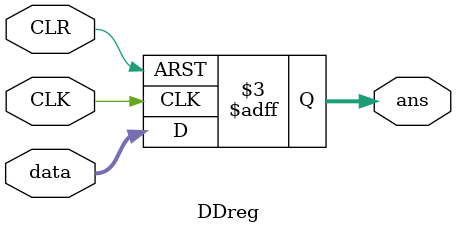
<source format=v>
module DDreg(CLK,CLR,data,ans);
	input CLK,CLR;
	input [31:0] data;
	output [31:0] ans;
	reg [31:0] ans;
	always @(posedge CLK or negedge CLR)
		if(!CLR)
			ans = 0;
		else
			ans = data;
endmodule 
</source>
